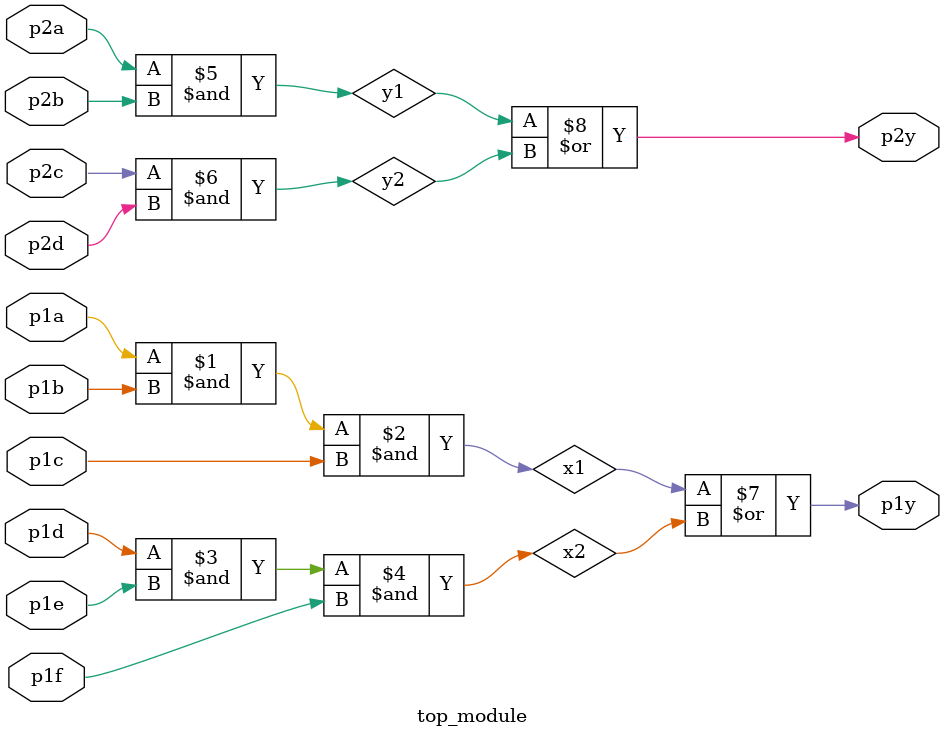
<source format=v>
module top_module ( 
    input p1a, p1b, p1c, p1d, p1e, p1f,
    output p1y,
    input p2a, p2b, p2c, p2d,
    output p2y );

    wire x1, x2, y1, y2;

    assign x1 = p1a & p1b & p1c;
    assign x2 = p1d & p1e & p1f;
    assign y1 = p2a & p2b;
    assign y2 = p2c & p2d;

    assign p1y = x1 | x2;
    assign p2y = y1 | y2;

endmodule
</source>
